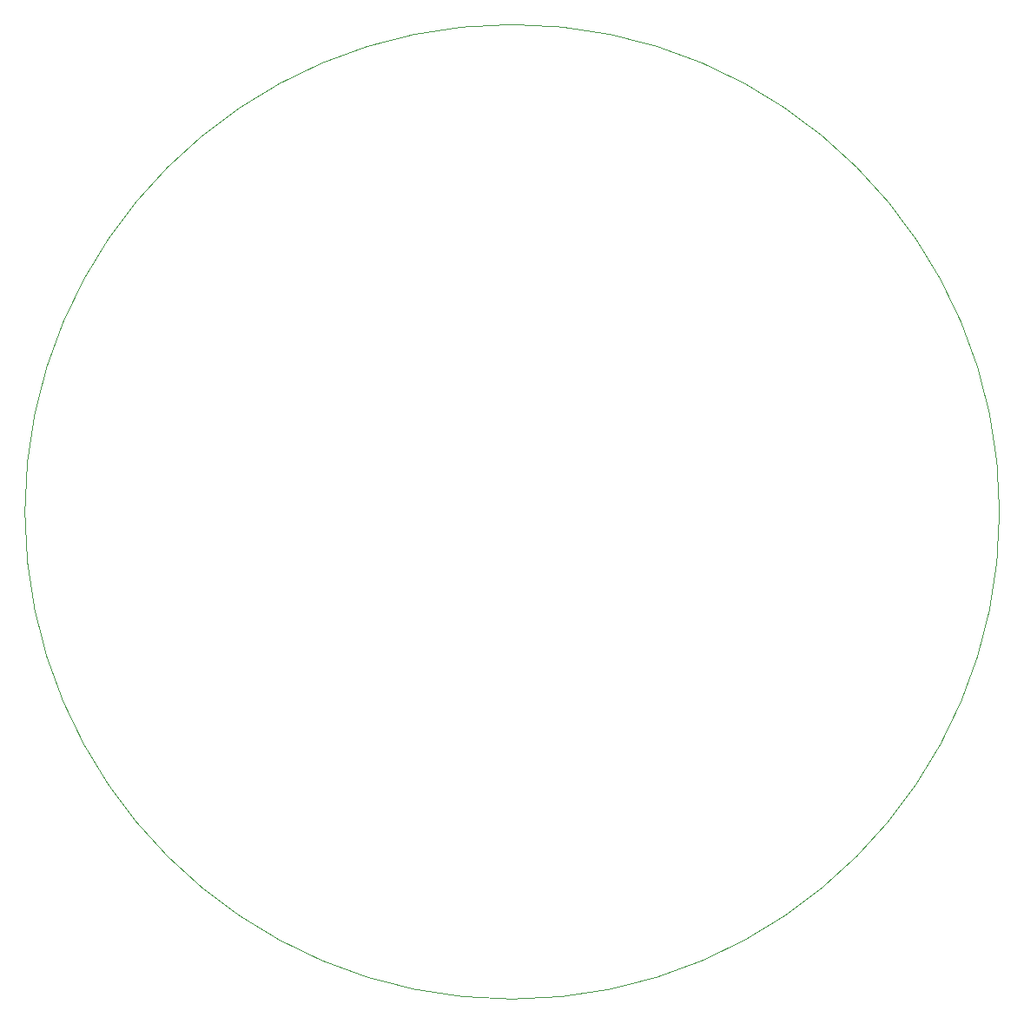
<source format=gbr>
%TF.GenerationSoftware,KiCad,Pcbnew,(6.0.4)*%
%TF.CreationDate,2022-05-02T15:33:22+09:00*%
%TF.ProjectId,0425,30343235-2e6b-4696-9361-645f70636258,rev?*%
%TF.SameCoordinates,Original*%
%TF.FileFunction,Profile,NP*%
%FSLAX46Y46*%
G04 Gerber Fmt 4.6, Leading zero omitted, Abs format (unit mm)*
G04 Created by KiCad (PCBNEW (6.0.4)) date 2022-05-02 15:33:22*
%MOMM*%
%LPD*%
G01*
G04 APERTURE LIST*
%TA.AperFunction,Profile*%
%ADD10C,0.100000*%
%TD*%
G04 APERTURE END LIST*
D10*
X190000000Y-77500000D02*
G75*
G03*
X190000000Y-77500000I-47500000J0D01*
G01*
M02*

</source>
